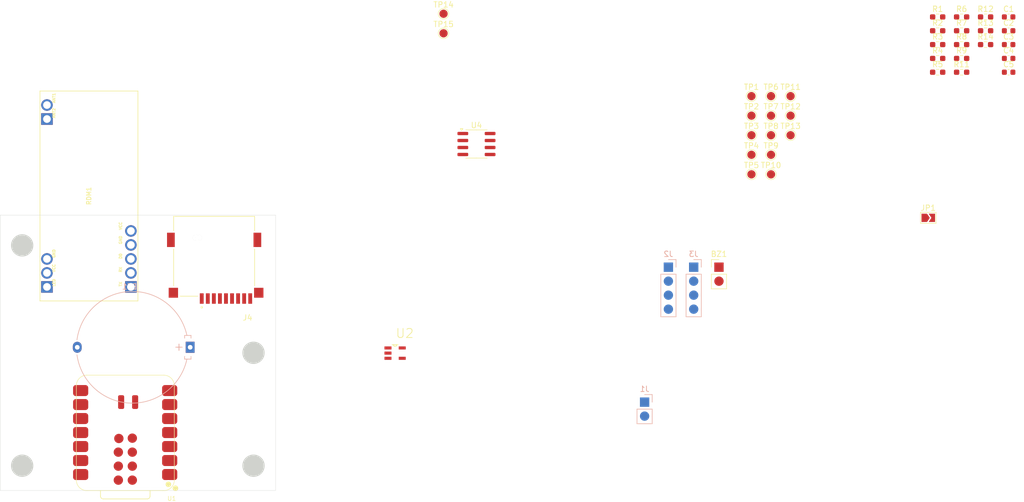
<source format=kicad_pcb>
(kicad_pcb (version 20241229) (generator "pcbnew") (generator_version "9.0")
  (layers (0 "F.Cu" signal) (2 "B.Cu" signal) (13 "F.Paste" user) (15 "B.Paste" user) (5 "F.SilkS" user "F.Silkscreen") (7 "B.SilkS" user "B.Silkscreen") (1 "F.Mask" user) (3 "B.Mask" user) (25 "Edge.Cuts" user))
  (net 0 "")
  (net 1 "GND")
  (net 2 "+5V")
  (net 3 "+3.3V")
  (net 4 "Net-(BT1-+)")
  (net 5 "Net-(JP1-A)")
  (net 6 "Net-(D2-A)")
  (net 7 "Net-(U2-Y)")
  (net 8 "/LED_Din")
  (net 9 "/UART_RX")
  (net 10 "Net-(R3-Pad1)")
  (net 11 "Net-(U4-32KHZ)")
  (net 12 "Net-(U4-~{INT}{slash}SQW)")
  (net 13 "/SD_DECT")
  (net 14 "/MISO")
  (net 15 "/SPI_SCL")
  (net 16 "/MOSI")
  (net 17 "/SPI_CS")
  (net 18 "Net-(D2-K)")
  (net 23 "/Buzzer")
  (net 25 "/LED_Driver")
  (net 27 "Net-(U1-GPIO16_D6_TX)")
  (net 28 "/I2C_SCL")
  (net 31 "/I2C_SDA")
  (net 34 "Net-(U4-~{RST})")
  (net 36 "Net-(J3-Pin_4)")
  (footprint "Capacitor_SMD:C_0603_1608Metric" (layer "F.Cu") (at 264.086 53.5645)
    (property "Reference" "C5" (at 0 -1.43 0) (layer "F.SilkS"))
    (property "Value" "100nF")
    (fp_line (start -0.14058 -0.51) (end 0.14058 -0.51) (stroke (width 0.12)) (layer "F.SilkS"))
    (fp_line (start -0.14058 0.51) (end 0.14058 0.51) (stroke (width 0.12)) (layer "F.SilkS"))
    (pad "1" smd roundrect (at -0.775 0) (size 0.9 0.95) (layers "F.Cu" "F.Mask" "F.Paste") (net 1 "GND"))
    (pad "2" smd roundrect (at 0.775 0) (size 0.9 0.95) (layers "F.Cu" "F.Mask" "F.Paste") (net 3 "+3.3V"))
  )
  (footprint "Seeed Studio XIAO Series Library:XIAO-ESP32C6-SMD" (layer "F.Cu") (at 103.5 119 180)
    (property "Reference" "U1" (at -9.5 -11.5 0) (layer "F.SilkS") (effects (font (size 0.78232 0.78232) (thickness 0.10668)) (justify right top)))
    (property "Value" "XIAO-ESP32-S3-SMD")
    (fp_line (start 8.6634 8.5345) (end 8.6634 -8.6105) (stroke (width 0.1)) (layer "F.SilkS"))
    (fp_line (start 6.7584 -10.5155) (end -7.2116 -10.5155) (stroke (width 0.1)) (layer "F.SilkS"))
    (fp_line (start 4.2774 -11.5255) (end 4.2774 -10.5155) (stroke (width 0.127)) (layer "F.SilkS"))
    (fp_line (start -4.217872 -12.0255) (end 3.7774 -12.0255) (stroke (width 0.127)) (layer "F.SilkS"))
    (fp_line (start -4.7216 -10.5155) (end -4.717872 -11.525772) (stroke (width 0.127)) (layer "F.SilkS"))
    (fp_line (start -7.2116 10.4395) (end 6.7584 10.4395) (stroke (width 0.1)) (layer "F.SilkS"))
    (fp_line (start -9.1166 8.5345) (end -9.1166 -8.6105) (stroke (width 0.1)) (layer "F.SilkS"))
    (fp_arc (start 8.6634 8.5345) (mid 8.105438 9.881538) (end 6.7584 10.4395) (stroke (width 0.1)) (layer "F.SilkS"))
    (fp_arc (start 6.7584 -10.5155) (mid 8.105438 -9.957538) (end 8.6634 -8.6105) (stroke (width 0.1)) (layer "F.SilkS"))
    (fp_arc (start 3.7774 -12.0255) (mid 4.130953 -11.879053) (end 4.2774 -11.5255) (stroke (width 0.127)) (layer "F.SilkS"))
    (fp_arc (start -4.717872 -11.525772) (mid -4.571324 -11.879144) (end -4.217872 -12.0255) (stroke (width 0.127)) (layer "F.SilkS"))
    (fp_arc (start -7.2116 10.4395) (mid -8.558638 9.881538) (end -9.1166 8.5345) (stroke (width 0.1)) (layer "F.SilkS"))
    (fp_arc (start -9.1166 -8.6145) (mid -8.558638 -9.961538) (end -7.2116 -10.5195) (stroke (width 0.1)) (layer "F.SilkS"))
    (fp_circle (center -8.0526 -9.3825) (end -8.0526 -9.6365) (stroke (width 0.5)) (fill yes) (layer "F.SilkS"))
    (fp_circle (center -9.3266 -10.0995) (end -9.3266 -10.3535) (stroke (width 0.5)) (fill yes) (layer "F.SilkS"))
    (pad "1" smd roundrect (at -8.2816 -7.5985 180) (size 2.75 2) (layers "F.Cu" "F.Mask" "F.Paste") (net 13 "/SD_DECT"))
    (pad "2" smd roundrect (at -8.2816 -5.0585 180) (size 2.75 2) (layers "F.Cu" "F.Mask" "F.Paste") (net 25 "/LED_Driver"))
    (pad "3" smd roundrect (at -8.2816 -2.5185 180) (size 2.75 2) (layers "F.Cu" "F.Mask" "F.Paste") (net 17 "/SPI_CS"))
    (pad "4" smd roundrect (at -8.2816 0.0215 180) (size 2.75 2) (layers "F.Cu" "F.Mask" "F.Paste") (net 23 "/Buzzer"))
    (pad "5" smd roundrect (at -8.2816 2.5615 180) (size 2.75 2) (layers "F.Cu" "F.Mask" "F.Paste") (net 31 "/I2C_SDA"))
    (pad "6" smd roundrect (at -8.2816 5.1015 180) (size 2.75 2) (layers "F.Cu" "F.Mask" "F.Paste") (net 28 "/I2C_SCL"))
    (pad "7" smd roundrect (at -8.2816 7.6415 180) (size 2.75 2) (layers "F.Cu" "F.Mask" "F.Paste") (net 27 "Net-(U1-GPIO16_D6_TX)"))
    (pad "8" smd roundrect (at 7.8834 7.6415 180) (size 2.75 2) (layers "F.Cu" "F.Mask" "F.Paste") (net 9 "/UART_RX"))
    (pad "9" smd roundrect (at 7.8834 5.1015 180) (size 2.75 2) (layers "F.Cu" "F.Mask" "F.Paste") (net 15 "/SPI_SCL"))
    (pad "10" smd roundrect (at 7.8834 2.5615 180) (size 2.75 2) (layers "F.Cu" "F.Mask" "F.Paste") (net 14 "/MISO"))
    (pad "11" smd roundrect (at 7.8834 0.0215 180) (size 2.75 2) (layers "F.Cu" "F.Mask" "F.Paste") (net 16 "/MOSI"))
    (pad "12" smd roundrect (at 7.8834 -2.5185 180) (size 2.75 2) (layers "F.Cu" "F.Mask" "F.Paste") (net 3 "+3.3V"))
    (pad "13" smd roundrect (at 7.8834 -5.0585 180) (size 2.75 2) (layers "F.Cu" "F.Mask" "F.Paste") (net 1 "GND"))
    (pad "14" smd roundrect (at 7.8834 -7.5985 180) (size 2.75 2) (layers "F.Cu" "F.Mask" "F.Paste") (net 2 "+5V"))
    (pad "15" smd roundrect (at -2.008 5.5532 90) (size 2.5 1.1) (layers "F.Cu" "F.Mask" "F.Paste") (net 5 "Net-(JP1-A)"))
    (pad "16" smd roundrect (at 0.532 5.5532 90) (size 2.5 1.1) (layers "F.Cu" "F.Mask" "F.Paste") (net 1 "GND"))
    (pad "17" smd circle (at -1.5 -8.62 180) (size 1.7 1.7) (layers "F.Cu" "F.Mask" "F.Paste"))
    (pad "18" smd circle (at 1.04 -8.62 180) (size 1.7 1.7) (layers "F.Cu" "F.Mask" "F.Paste"))
    (pad "19" smd circle (at -1.5 -6.08 180) (size 1.7 1.7) (layers "F.Cu" "F.Mask" "F.Paste"))
    (pad "20" smd circle (at 1.04 -6.08 180) (size 1.7 1.7) (layers "F.Cu" "F.Mask" "F.Paste") (net 1 "GND"))
    (pad "21" smd circle (at -1.5 -3.54 180) (size 1.7 1.7) (layers "F.Cu" "F.Mask" "F.Paste"))
    (pad "22" smd circle (at 1.04 -3.54 180) (size 1.7 1.7) (layers "F.Cu" "F.Mask" "F.Paste"))
    (pad "23" smd circle (at -1.5 -1 180) (size 1.7 1.7) (layers "F.Cu" "F.Mask" "F.Paste"))
    (pad "24" smd circle (at 0.9474 -1.0568 180) (size 1.7 1.7) (layers "F.Cu" "F.Mask" "F.Paste") (net 3 "+3.3V"))
  )
  (footprint "TestPoint:TestPoint_Pad_D1.5mm" (layer "F.Cu") (at 217.4 65)
    (property "Reference" "TP3" (at 0 -1.648 0) (layer "F.SilkS"))
    (property "Value" "GND")
    (fp_circle (center 0 0) (end 0 0.95) (stroke (width 0.12)) (fill no) (layer "F.SilkS"))
    (pad "1" smd circle (at 0 0) (size 1.5 1.5) (layers "F.Cu" "F.Mask") (net 1 "GND"))
  )
  (footprint "TestPoint:TestPoint_Pad_D1.5mm" (layer "F.Cu") (at 161.5 46.5)
    (property "Reference" "TP15" (at 0 -1.648 0) (layer "F.SilkS"))
    (property "Value" "3,3V")
    (fp_circle (center 0 0) (end 0 0.95) (stroke (width 0.12)) (fill no) (layer "F.SilkS"))
    (pad "1" smd circle (at 0 0) (size 1.5 1.5) (layers "F.Cu" "F.Mask"))
  )
  (footprint "Package_SO:SOIC-8_3.9x4.9mm_P1.27mm" (layer "F.Cu") (at 167.475 66.595)
    (property "Reference" "U4" (at 0 -3.4 0) (layer "F.SilkS"))
    (property "Value" "DS3232M")
    (fp_line (start 0 -2.56) (end -1.95 -2.56) (stroke (width 0.12)) (layer "F.SilkS"))
    (fp_line (start 0 -2.56) (end 1.95 -2.56) (stroke (width 0.12)) (layer "F.SilkS"))
    (fp_line (start 0 2.56) (end -1.95 2.56) (stroke (width 0.12)) (layer "F.SilkS"))
    (fp_line (start 0 2.56) (end 1.95 2.56) (stroke (width 0.12)) (layer "F.SilkS"))
    (fp_poly (pts (xy -2.7 -2.465) (xy -2.94 -2.795) (xy -2.46 -2.795)) (stroke (width 0.12)) (fill yes) (layer "F.SilkS"))
    (pad "1" smd roundrect (at -2.475 -1.905) (size 1.95 0.6) (layers "F.Cu" "F.Mask" "F.Paste") (net 11 "Net-(U4-32KHZ)"))
    (pad "2" smd roundrect (at -2.475 -0.635) (size 1.95 0.6) (layers "F.Cu" "F.Mask" "F.Paste") (net 3 "+3.3V"))
    (pad "3" smd roundrect (at -2.475 0.635) (size 1.95 0.6) (layers "F.Cu" "F.Mask" "F.Paste") (net 12 "Net-(U4-~{INT}{slash}SQW)"))
    (pad "4" smd roundrect (at -2.475 1.905) (size 1.95 0.6) (layers "F.Cu" "F.Mask" "F.Paste") (net 34 "Net-(U4-~{RST})"))
    (pad "5" smd roundrect (at 2.475 1.905) (size 1.95 0.6) (layers "F.Cu" "F.Mask" "F.Paste") (net 1 "GND"))
    (pad "6" smd roundrect (at 2.475 0.635) (size 1.95 0.6) (layers "F.Cu" "F.Mask" "F.Paste") (net 4 "Net-(BT1-+)"))
    (pad "7" smd roundrect (at 2.475 -0.635) (size 1.95 0.6) (layers "F.Cu" "F.Mask" "F.Paste") (net 31 "/I2C_SDA"))
    (pad "8" smd roundrect (at 2.475 -1.905) (size 1.95 0.6) (layers "F.Cu" "F.Mask" "F.Paste") (net 28 "/I2C_SCL"))
  )
  (footprint "Resistor_SMD:R_0603_1608Metric_Pad0.98x0.95mm_HandSolder" (layer "F.Cu") (at 259.906 48.5445)
    (property "Reference" "R14" (at 0 -1.43 0) (layer "F.SilkS"))
    (property "Value" "47k")
    (fp_line (start -0.254724 -0.5225) (end 0.254724 -0.5225) (stroke (width 0.12)) (layer "F.SilkS"))
    (fp_line (start -0.254724 0.5225) (end 0.254724 0.5225) (stroke (width 0.12)) (layer "F.SilkS"))
    (pad "1" smd roundrect (at -0.9125 0) (size 0.975 0.95) (layers "F.Cu" "F.Mask" "F.Paste") (net 3 "+3.3V"))
    (pad "2" smd roundrect (at 0.9125 0) (size 0.975 0.95) (layers "F.Cu" "F.Mask" "F.Paste") (net 16 "/MOSI"))
  )
  (footprint "Resistor_SMD:R_0603_1608Metric_Pad0.98x0.95mm_HandSolder" (layer "F.Cu") (at 259.906 46.0345)
    (property "Reference" "R13" (at 0 -1.43 0) (layer "F.SilkS"))
    (property "Value" "47k")
    (fp_line (start -0.254724 -0.5225) (end 0.254724 -0.5225) (stroke (width 0.12)) (layer "F.SilkS"))
    (fp_line (start -0.254724 0.5225) (end 0.254724 0.5225) (stroke (width 0.12)) (layer "F.SilkS"))
    (pad "1" smd roundrect (at -0.9125 0) (size 0.975 0.95) (layers "F.Cu" "F.Mask" "F.Paste") (net 3 "+3.3V"))
    (pad "2" smd roundrect (at 0.9125 0) (size 0.975 0.95) (layers "F.Cu" "F.Mask" "F.Paste") (net 15 "/SPI_SCL"))
  )
  (footprint "Resistor_SMD:R_0603_1608Metric_Pad0.98x0.95mm_HandSolder" (layer "F.Cu") (at 251.206 48.5445)
    (property "Reference" "R3" (at 0 -1.43 0) (layer "F.SilkS"))
    (property "Value" "10K")
    (fp_line (start -0.254724 -0.5225) (end 0.254724 -0.5225) (stroke (width 0.12)) (layer "F.SilkS"))
    (fp_line (start -0.254724 0.5225) (end 0.254724 0.5225) (stroke (width 0.12)) (layer "F.SilkS"))
    (pad "1" smd roundrect (at -0.9125 0) (size 0.975 0.95) (layers "F.Cu" "F.Mask" "F.Paste") (net 10 "Net-(R3-Pad1)"))
    (pad "2" smd roundrect (at 0.9125 0) (size 0.975 0.95) (layers "F.Cu" "F.Mask" "F.Paste") (net 9 "/UART_RX"))
  )
  (footprint "Capacitor_SMD:C_0603_1608Metric" (layer "F.Cu") (at 264.086 46.0345)
    (property "Reference" "C2" (at 0 -1.43 0) (layer "F.SilkS"))
    (property "Value" "100 nF")
    (fp_line (start -0.14058 -0.51) (end 0.14058 -0.51) (stroke (width 0.12)) (layer "F.SilkS"))
    (fp_line (start -0.14058 0.51) (end 0.14058 0.51) (stroke (width 0.12)) (layer "F.SilkS"))
    (pad "1" smd roundrect (at -0.775 0) (size 0.9 0.95) (layers "F.Cu" "F.Mask" "F.Paste") (net 1 "GND"))
    (pad "2" smd roundrect (at 0.775 0) (size 0.9 0.95) (layers "F.Cu" "F.Mask" "F.Paste") (net 3 "+3.3V"))
  )
  (footprint "TestPoint:TestPoint_Pad_D1.5mm" (layer "F.Cu") (at 217.4 57.9)
    (property "Reference" "TP1" (at 0 -1.648 0) (layer "F.SilkS"))
    (property "Value" "TestPoint")
    (fp_circle (center 0 0) (end 0 0.95) (stroke (width 0.12)) (fill no) (layer "F.SilkS"))
    (pad "1" smd circle (at 0 0) (size 1.5 1.5) (layers "F.Cu" "F.Mask") (net 12 "Net-(U4-~{INT}{slash}SQW)"))
  )
  (footprint "TestPoint:TestPoint_Pad_D1.5mm" (layer "F.Cu") (at 161.5 42.95)
    (property "Reference" "TP14" (at 0 -1.648 0) (layer "F.SilkS"))
    (property "Value" "3,3V")
    (fp_circle (center 0 0) (end 0 0.95) (stroke (width 0.12)) (fill no) (layer "F.SilkS"))
    (pad "1" smd circle (at 0 0) (size 1.5 1.5) (layers "F.Cu" "F.Mask"))
  )
  (footprint "TestPoint:TestPoint_Pad_D1.5mm" (layer "F.Cu") (at 220.95 65)
    (property "Reference" "TP8" (at 0 -1.648 0) (layer "F.SilkS"))
    (property "Value" "UART_TX")
    (fp_circle (center 0 0) (end 0 0.95) (stroke (width 0.12)) (fill no) (layer "F.SilkS"))
    (pad "1" smd circle (at 0 0) (size 1.5 1.5) (layers "F.Cu" "F.Mask") (net 27 "Net-(U1-GPIO16_D6_TX)"))
  )
  (footprint "Jumper:SolderJumper-2_P1.3mm_Open_TrianglePad1.0x1.5mm" (layer "F.Cu") (at 249.5 80)
    (property "Reference" "JP1" (at 0 -1.8 0) (layer "F.SilkS"))
    (property "Value" "Li-IOn Enable")
    (fp_line (start -1.4 -1) (end 1.4 -1) (stroke (width 0.12)) (layer "F.SilkS"))
    (fp_line (start -1.4 1) (end -1.4 -1) (stroke (width 0.12)) (layer "F.SilkS"))
    (fp_line (start 1.4 -1) (end 1.4 1) (stroke (width 0.12)) (layer "F.SilkS"))
    (fp_line (start 1.4 1) (end -1.4 1) (stroke (width 0.12)) (layer "F.SilkS"))
    (pad "1" smd custom (at -0.725 0) (size 0.3 0.3) (layers "F.Cu" "F.Mask") (net 5 "Net-(JP1-A)") (options (clearance outline) (anchor rect)) (primitives (gr_poly (pts (xy 1 0) (xy 0.5 0.75) (xy -0.5 0.75) (xy -0.5 -0.75) (xy 0.5 -0.75)) (width 0) (fill yes))))
    (pad "2" smd custom (at 0.725 0) (size 0.3 0.3) (layers "F.Cu" "F.Mask") (net 4 "Net-(BT1-+)") (options (clearance outline) (anchor rect)) (primitives (gr_poly (pts (xy 0.5 0.75) (xy -0.65 0.75) (xy -0.15 0) (xy -0.65 -0.75) (xy 0.5 -0.75)) (width 0) (fill yes))))
  )
  (footprint "footprints:RDM6300" (layer "F.Cu") (at 97.12 76.03 -90)
    (property "Reference" "RDM1" (at 0 0 90) (layer "F.SilkS") (effects (font (size 0.787402 0.787402))))
    (property "Value" "RDM6300")
    (fp_line (start -19.05 8.89) (end 19.05 8.89) (stroke (width 0.127)) (layer "F.SilkS"))
    (fp_line (start 19.05 8.89) (end 19.05 -8.89) (stroke (width 0.127)) (layer "F.SilkS"))
    (fp_line (start -19.05 -8.89) (end -19.05 8.89) (stroke (width 0.127)) (layer "F.SilkS"))
    (fp_line (start 19.05 -8.89) (end -19.05 -8.89) (stroke (width 0.127)) (layer "F.SilkS"))
    (fp_text user "VCC" (at 13.1 6.35 90) (layer "F.SilkS") (effects (font (size 0.5 0.5))))
    (fp_text user "ANT1" (at -17.78 6.35 90) (layer "F.SilkS") (effects (font (size 0.5 0.5))))
    (fp_text user "LED" (at 15.74 6.35 90) (layer "F.SilkS") (effects (font (size 0.5 0.5))))
    (fp_text user "D0" (at 10.93 -5.75 90) (layer "F.SilkS") (effects (font (size 0.5 0.5))))
    (fp_text user "GND" (at 7.99 -5.75 90) (layer "F.SilkS") (effects (font (size 0.5 0.5))))
    (fp_text user "VCC" (at 5.45 -5.75 90) (layer "F.SilkS") (effects (font (size 0.5 0.5))))
    (fp_text user "ANT2" (at -15.04 6.35 90) (layer "F.SilkS") (effects (font (size 0.5 0.5))))
    (fp_text user "TX" (at 16.01 -5.75 90) (layer "F.SilkS") (effects (font (size 0.5 0.5))))
    (fp_text user "GND" (at 10.46 6.35 90) (layer "F.SilkS") (effects (font (size 0.5 0.5))))
    (fp_text user "RX" (at 13.37 -5.75 90) (layer "F.SilkS") (effects (font (size 0.5 0.5))))
    (pad "ANT1" thru_hole circle (at -16.51 7.62 270) (size 2.1 2.1) (drill 1.4) (layers "*.Cu" "*.Mask"))
    (pad "ANT2" thru_hole rect (at -13.97 7.62 270) (size 2.1 2.1) (drill 1.4) (layers "*.Cu" "*.Mask"))
    (pad "D0" thru_hole circle (at 11.43 -7.62 270) (size 2.1 2.1) (drill 1.4) (layers "*.Cu" "*.Mask"))
    (pad "GND" thru_hole circle (at 8.89 -7.62 270) (size 2.1 2.1) (drill 1.4) (layers "*.Cu" "*.Mask") (net 1 "GND"))
    (pad "GND1" thru_hole circle (at 11.43 7.62 270) (size 2.1 2.1) (drill 1.4) (layers "*.Cu" "*.Mask") (net 1 "GND"))
    (pad "LED" thru_hole rect (at 16.51 7.62 270) (size 2.1 2.1) (drill 1.4) (layers "*.Cu" "*.Mask") (net 18 "Net-(D2-K)"))
    (pad "RX" thru_hole circle (at 13.97 -7.62 270) (size 2.1 2.1) (drill 1.4) (layers "*.Cu" "*.Mask"))
    (pad "TX" thru_hole rect (at 16.51 -7.62 270) (size 2.1 2.1) (drill 1.4) (layers "*.Cu" "*.Mask") (net 10 "Net-(R3-Pad1)"))
    (pad "VCC" thru_hole circle (at 6.35 -7.62 270) (size 2.1 2.1) (drill 1.4) (layers "*.Cu" "*.Mask") (net 2 "+5V"))
    (pad "VCC1" thru_hole circle (at 13.97 7.62 270) (size 2.1 2.1) (drill 1.4) (layers "*.Cu" "*.Mask") (net 2 "+5V"))
  )
  (footprint "Resistor_SMD:R_0603_1608Metric_Pad0.98x0.95mm_HandSolder" (layer "F.Cu") (at 255.556 46.0345)
    (property "Reference" "R7" (at 0 -1.43 0) (layer "F.SilkS"))
    (property "Value" "NC")
    (fp_line (start -0.254724 -0.5225) (end 0.254724 -0.5225) (stroke (width 0.12)) (layer "F.SilkS"))
    (fp_line (start -0.254724 0.5225) (end 0.254724 0.5225) (stroke (width 0.12)) (layer "F.SilkS"))
    (pad "1" smd roundrect (at -0.9125 0) (size 0.975 0.95) (layers "F.Cu" "F.Mask" "F.Paste") (net 3 "+3.3V"))
    (pad "2" smd roundrect (at 0.9125 0) (size 0.975 0.95) (layers "F.Cu" "F.Mask" "F.Paste") (net 11 "Net-(U4-32KHZ)"))
  )
  (footprint "Resistor_SMD:R_0603_1608Metric_Pad0.98x0.95mm_HandSolder" (layer "F.Cu") (at 255.556 48.5445)
    (property "Reference" "R8" (at 0 -1.43 0) (layer "F.SilkS"))
    (property "Value" "NC")
    (fp_line (start -0.254724 -0.5225) (end 0.254724 -0.5225) (stroke (width 0.12)) (layer "F.SilkS"))
    (fp_line (start -0.254724 0.5225) (end 0.254724 0.5225) (stroke (width 0.12)) (layer "F.SilkS"))
    (pad "1" smd roundrect (at -0.9125 0) (size 0.975 0.95) (layers "F.Cu" "F.Mask" "F.Paste") (net 3 "+3.3V"))
    (pad "2" smd roundrect (at 0.9125 0) (size 0.975 0.95) (layers "F.Cu" "F.Mask" "F.Paste") (net 12 "Net-(U4-~{INT}{slash}SQW)"))
  )
  (footprint "footprints:SOT95P280X145-5N" (layer "F.Cu") (at 152.7046 104.5602)
    (property "Reference" "U2" (at 1.75464 -3.58556 0) (layer "F.SilkS") (effects (font (size 1.641906 1.641906))))
    (property "Value" "SN74AHCT1G125DBVT")
    (fp_line (start -0.3048 -1.524) (end -0.5334 -1.524) (stroke (width 0.1524)) (layer "F.SilkS"))
    (fp_line (start 0.3048 -1.524) (end -0.3048 -1.524) (stroke (width 0.1524)) (layer "F.SilkS"))
    (fp_line (start 0.5334 -1.524) (end 0.3048 -1.524) (stroke (width 0.1524)) (layer "F.SilkS"))
    (fp_arc (start 0.3048 -1.524) (mid 0 -1.2192) (end -0.3048 -1.524) (stroke (width 0.1524)) (layer "F.SilkS"))
    (pad "1" smd rect (at -1.2954 -0.9398) (size 1.27 0.5588) (layers "F.Cu" "F.Mask" "F.Paste") (net 1 "GND"))
    (pad "2" smd rect (at -1.2954 0) (size 1.27 0.5588) (layers "F.Cu" "F.Mask" "F.Paste") (net 25 "/LED_Driver"))
    (pad "3" smd rect (at -1.2954 0.9398) (size 1.27 0.5588) (layers "F.Cu" "F.Mask" "F.Paste") (net 1 "GND"))
    (pad "4" smd rect (at 1.2954 0.9398) (size 1.27 0.5588) (layers "F.Cu" "F.Mask" "F.Paste") (net 7 "Net-(U2-Y)"))
    (pad "5" smd rect (at 1.2954 -0.9398) (size 1.27 0.5588) (layers "F.Cu" "F.Mask" "F.Paste") (net 2 "+5V"))
  )
  (footprint "Capacitor_SMD:C_0603_1608Metric" (layer "F.Cu") (at 264.086 48.5445)
    (property "Reference" "C3" (at 0 -1.43 0) (layer "F.SilkS"))
    (property "Value" "100 nF")
    (fp_line (start -0.14058 -0.51) (end 0.14058 -0.51) (stroke (width 0.12)) (layer "F.SilkS"))
    (fp_line (start -0.14058 0.51) (end 0.14058 0.51) (stroke (width 0.12)) (layer "F.SilkS"))
    (pad "1" smd roundrect (at -0.775 0) (size 0.9 0.95) (layers "F.Cu" "F.Mask" "F.Paste") (net 1 "GND"))
    (pad "2" smd roundrect (at 0.775 0) (size 0.9 0.95) (layers "F.Cu" "F.Mask" "F.Paste") (net 2 "+5V"))
  )
  (footprint "TestPoint:TestPoint_Pad_D1.5mm" (layer "F.Cu") (at 224.5 57.9)
    (property "Reference" "TP11" (at 0 -1.648 0) (layer "F.SilkS"))
    (property "Value" "MOSI")
    (fp_circle (center 0 0) (end 0 0.95) (stroke (width 0.12)) (fill no) (layer "F.SilkS"))
    (pad "1" smd circle (at 0 0) (size 1.5 1.5) (layers "F.Cu" "F.Mask") (net 16 "/MOSI"))
  )
  (footprint "Resistor_SMD:R_0603_1608Metric_Pad0.98x0.95mm_HandSolder" (layer "F.Cu") (at 251.206 43.5245)
    (property "Reference" "R1" (at 0 -1.43 0) (layer "F.SilkS"))
    (property "Value" "100")
    (fp_line (start -0.254724 -0.5225) (end 0.254724 -0.5225) (stroke (width 0.12)) (layer "F.SilkS"))
    (fp_line (start -0.254724 0.5225) (end 0.254724 0.5225) (stroke (width 0.12)) (layer "F.SilkS"))
    (pad "1" smd roundrect (at -0.9125 0) (size 0.975 0.95) (layers "F.Cu" "F.Mask" "F.Paste") (net 6 "Net-(D2-A)"))
    (pad "2" smd roundrect (at 0.9125 0) (size 0.975 0.95) (layers "F.Cu" "F.Mask" "F.Paste") (net 3 "+3.3V"))
  )
  (footprint "Connector_PinHeader_2.54mm:PinHeader_1x02_P2.54mm_Vertical" (layer "F.Cu") (at 211.5 88.96)
    (property "Reference" "BZ1" (at 0 -2.38 0) (layer "F.SilkS"))
    (property "Value" "Buzzer")
    (fp_line (start -1.38 -1.38) (end 0 -1.38) (stroke (width 0.12)) (layer "F.SilkS"))
    (fp_line (start -1.38 0) (end -1.38 -1.38) (stroke (width 0.12)) (layer "F.SilkS"))
    (fp_line (start -1.38 1.27) (end -1.38 3.92) (stroke (width 0.12)) (layer "F.SilkS"))
    (fp_line (start -1.38 1.27) (end 1.38 1.27) (stroke (width 0.12)) (layer "F.SilkS"))
    (fp_line (start -1.38 3.92) (end 1.38 3.92) (stroke (width 0.12)) (layer "F.SilkS"))
    (fp_line (start 1.38 1.27) (end 1.38 3.92) (stroke (width 0.12)) (layer "F.SilkS"))
    (pad "1" smd rect (at 0 0) (size 1.7 1.7) (layers "F.Cu" "F.Mask" "F.Paste") (net 23 "/Buzzer"))
    (pad "2" smd circle (at 0 2.54) (size 1.7 1.7) (layers "F.Cu" "F.Mask" "F.Paste") (net 1 "GND"))
  )
  (footprint "Resistor_SMD:R_0603_1608Metric_Pad0.98x0.95mm_HandSolder" (layer "F.Cu") (at 251.206 46.0345)
    (property "Reference" "R2" (at 0 -1.43 0) (layer "F.SilkS"))
    (property "Value" "100")
    (fp_line (start -0.254724 -0.5225) (end 0.254724 -0.5225) (stroke (width 0.12)) (layer "F.SilkS"))
    (fp_line (start -0.254724 0.5225) (end 0.254724 0.5225) (stroke (width 0.12)) (layer "F.SilkS"))
    (pad "1" smd roundrect (at -0.9125 0) (size 0.975 0.95) (layers "F.Cu" "F.Mask" "F.Paste") (net 7 "Net-(U2-Y)"))
    (pad "2" smd roundrect (at 0.9125 0) (size 0.975 0.95) (layers "F.Cu" "F.Mask" "F.Paste") (net 8 "/LED_Din"))
  )
  (footprint "Resistor_SMD:R_0603_1608Metric_Pad0.98x0.95mm_HandSolder" (layer "F.Cu") (at 259.906 43.5245)
    (property "Reference" "R12" (at 0 -1.43 0) (layer "F.SilkS"))
    (property "Value" "47k")
    (fp_line (start -0.254724 -0.5225) (end 0.254724 -0.5225) (stroke (width 0.12)) (layer "F.SilkS"))
    (fp_line (start -0.254724 0.5225) (end 0.254724 0.5225) (stroke (width 0.12)) (layer "F.SilkS"))
    (pad "1" smd roundrect (at -0.9125 0) (size 0.975 0.95) (layers "F.Cu" "F.Mask" "F.Paste") (net 3 "+3.3V"))
    (pad "2" smd roundrect (at 0.9125 0) (size 0.975 0.95) (layers "F.Cu" "F.Mask" "F.Paste") (net 14 "/MISO"))
  )
  (footprint "TestPoint:TestPoint_Pad_D1.5mm" (layer "F.Cu") (at 220.95 72.1)
    (property "Reference" "TP10" (at 0 -1.648 0) (layer "F.SilkS"))
    (property "Value" "TestPoint")
    (fp_circle (center 0 0) (end 0 0.95) (stroke (width 0.12)) (fill no) (layer "F.SilkS"))
    (pad "1" smd circle (at 0 0) (size 1.5 1.5) (layers "F.Cu" "F.Mask") (net 11 "Net-(U4-32KHZ)"))
  )
  (footprint "TestPoint:TestPoint_Pad_D1.5mm" (layer "F.Cu") (at 217.4 61.45)
    (property "Reference" "TP2" (at 0 -1.648 0) (layer "F.SilkS"))
    (property "Value" "+5V")
    (fp_circle (center 0 0) (end 0 0.95) (stroke (width 0.12)) (fill no) (layer "F.SilkS"))
    (pad "1" smd circle (at 0 0) (size 1.5 1.5) (layers "F.Cu" "F.Mask") (net 2 "+5V"))
  )
  (footprint "TestPoint:TestPoint_Pad_D1.5mm" (layer "F.Cu") (at 217.4 68.55)
    (property "Reference" "TP4" (at 0 -1.648 0) (layer "F.SilkS"))
    (property "Value" "3,3V")
    (fp_circle (center 0 0) (end 0 0.95) (stroke (width 0.12)) (fill no) (layer "F.SilkS"))
    (pad "1" smd circle (at 0 0) (size 1.5 1.5) (layers "F.Cu" "F.Mask") (net 3 "+3.3V"))
  )
  (footprint "Resistor_SMD:R_0603_1608Metric_Pad0.98x0.95mm_HandSolder" (layer "F.Cu") (at 255.556 53.5645)
    (property "Reference" "R11" (at 0 -1.43 0) (layer "F.SilkS"))
    (property "Value" "47k")
    (fp_line (start -0.254724 -0.5225) (end 0.254724 -0.5225) (stroke (width 0.12)) (layer "F.SilkS"))
    (fp_line (start -0.254724 0.5225) (end 0.254724 0.5225) (stroke (width 0.12)) (layer "F.SilkS"))
    (pad "1" smd roundrect (at -0.9125 0) (size 0.975 0.95) (layers "F.Cu" "F.Mask" "F.Paste") (net 3 "+3.3V"))
    (pad "2" smd roundrect (at 0.9125 0) (size 0.975 0.95) (layers "F.Cu" "F.Mask" "F.Paste") (net 13 "/SD_DECT"))
  )
  (footprint "TestPoint:TestPoint_Pad_D1.5mm" (layer "F.Cu") (at 220.95 57.9)
    (property "Reference" "TP6" (at 0 -1.648 0) (layer "F.SilkS"))
    (property "Value" "Dout")
    (fp_circle (center 0 0) (end 0 0.95) (stroke (width 0.12)) (fill no) (layer "F.SilkS"))
    (pad "1" smd circle (at 0 0) (size 1.5 1.5) (layers "F.Cu" "F.Mask") (net 36 "Net-(J3-Pin_4)"))
  )
  (footprint "TestPoint:TestPoint_Pad_D1.5mm" (layer "F.Cu") (at 217.4 72.1)
    (property "Reference" "TP5" (at 0 -1.648 0) (layer "F.SilkS"))
    (property "Value" "Din")
    (fp_circle (center 0 0) (end 0 0.95) (stroke (width 0.12)) (fill no) (layer "F.SilkS"))
    (pad "1" smd circle (at 0 0) (size 1.5 1.5) (layers "F.Cu" "F.Mask") (net 8 "/LED_Din"))
  )
  (footprint "Resistor_SMD:R_0603_1608Metric_Pad0.98x0.95mm_HandSolder" (layer "F.Cu") (at 255.556 51.0545)
    (property "Reference" "R9" (at 0 -1.43 0) (layer "F.SilkS"))
    (property "Value" "47k")
    (fp_line (start -0.254724 -0.5225) (end 0.254724 -0.5225) (stroke (width 0.12)) (layer "F.SilkS"))
    (fp_line (start -0.254724 0.5225) (end 0.254724 0.5225) (stroke (width 0.12)) (layer "F.SilkS"))
    (pad "1" smd roundrect (at -0.9125 0) (size 0.975 0.95) (layers "F.Cu" "F.Mask" "F.Paste") (net 3 "+3.3V"))
    (pad "2" smd roundrect (at 0.9125 0) (size 0.975 0.95) (layers "F.Cu" "F.Mask" "F.Paste") (net 17 "/SPI_CS"))
  )
  (footprint "TestPoint:TestPoint_Pad_D1.5mm" (layer "F.Cu") (at 224.5 61.45)
    (property "Reference" "TP12" (at 0 -1.648 0) (layer "F.SilkS"))
    (property "Value" "MISO")
    (fp_circle (center 0 0) (end 0 0.95) (stroke (width 0.12)) (fill no) (layer "F.SilkS"))
    (pad "1" smd circle (at 0 0) (size 1.5 1.5) (layers "F.Cu" "F.Mask") (net 14 "/MISO"))
  )
  (footprint "Capacitor_SMD:C_0603_1608Metric" (layer "F.Cu") (at 264.086 51.0545)
    (property "Reference" "C4" (at 0 -1.43 0) (layer "F.SilkS"))
    (property "Value" "10µF")
    (fp_line (start -0.14058 -0.51) (end 0.14058 -0.51) (stroke (width 0.12)) (layer "F.SilkS"))
    (fp_line (start -0.14058 0.51) (end 0.14058 0.51) (stroke (width 0.12)) (layer "F.SilkS"))
    (pad "1" smd roundrect (at -0.775 0) (size 0.9 0.95) (layers "F.Cu" "F.Mask" "F.Paste") (net 1 "GND"))
    (pad "2" smd roundrect (at 0.775 0) (size 0.9 0.95) (layers "F.Cu" "F.Mask" "F.Paste") (net 2 "+5V"))
  )
  (footprint "Resistor_SMD:R_0603_1608Metric_Pad0.98x0.95mm_HandSolder" (layer "F.Cu") (at 255.556 43.5245)
    (property "Reference" "R6" (at 0 -1.43 0) (layer "F.SilkS"))
    (property "Value" "4k7")
    (fp_line (start -0.254724 -0.5225) (end 0.254724 -0.5225) (stroke (width 0.12)) (layer "F.SilkS"))
    (fp_line (start -0.254724 0.5225) (end 0.254724 0.5225) (stroke (width 0.12)) (layer "F.SilkS"))
    (pad "1" smd roundrect (at -0.9125 0) (size 0.975 0.95) (layers "F.Cu" "F.Mask" "F.Paste") (net 3 "+3.3V"))
    (pad "2" smd roundrect (at 0.9125 0) (size 0.975 0.95) (layers "F.Cu" "F.Mask" "F.Paste") (net 1 "GND"))
  )
  (footprint "Resistor_SMD:R_0603_1608Metric_Pad0.98x0.95mm_HandSolder" (layer "F.Cu") (at 251.206 51.0545)
    (property "Reference" "R4" (at 0 -1.43 0) (layer "F.SilkS"))
    (property "Value" "20k")
    (fp_line (start -0.254724 -0.5225) (end 0.254724 -0.5225) (stroke (width 0.12)) (layer "F.SilkS"))
    (fp_line (start -0.254724 0.5225) (end 0.254724 0.5225) (stroke (width 0.12)) (layer "F.SilkS"))
    (pad "1" smd roundrect (at -0.9125 0) (size 0.975 0.95) (layers "F.Cu" "F.Mask" "F.Paste") (net 9 "/UART_RX"))
    (pad "2" smd roundrect (at 0.9125 0) (size 0.975 0.95) (layers "F.Cu" "F.Mask" "F.Paste") (net 1 "GND"))
  )
  (footprint "TestPoint:TestPoint_Pad_D1.5mm" (layer "F.Cu") (at 220.95 68.55)
    (property "Reference" "TP9" (at 0 -1.648 0) (layer "F.SilkS"))
    (property "Value" "TestPoint")
    (fp_circle (center 0 0) (end 0 0.95) (stroke (width 0.12)) (fill no) (layer "F.SilkS"))
    (pad "1" smd circle (at 0 0) (size 1.5 1.5) (layers "F.Cu" "F.Mask") (net 34 "Net-(U4-~{RST})"))
  )
  (footprint "footprints:WURTH_693071020811" (layer "F.Cu") (at 119.85 83.6 180)
    (property "Reference" "J4" (at -6.075 -14.535 0) (layer "F.SilkS"))
    (property "Value" "MicroSD")
    (fp_line (start 7.35 3.87) (end 7.35 1.25) (stroke (width 0.127)) (layer "F.SilkS"))
    (fp_line (start 7.35 -2.05) (end 7.35 -8.75) (stroke (width 0.127)) (layer "F.SilkS"))
    (fp_line (start 6.2 -10.63) (end 2.95 -10.63) (stroke (width 0.127)) (layer "F.SilkS"))
    (fp_line (start -7.35 3.87) (end 7.35 3.87) (stroke (width 0.127)) (layer "F.SilkS"))
    (fp_line (start -7.35 1.25) (end -7.35 3.87) (stroke (width 0.127)) (layer "F.SilkS"))
    (fp_line (start -7.35 -2.05) (end -7.35 -8.75) (stroke (width 0.127)) (layer "F.SilkS"))
    (fp_circle (center 2.25 -12.65) (end 2.35 -12.65) (stroke (width 0.2)) (fill no) (layer "F.SilkS"))
    (fp_line (start 3.4 0.5) (end 2.7 0.5) (stroke (width 0.01)) (layer "Edge.Cuts"))
    (fp_line (start 2.7 -0.5) (end 3.4 -0.5) (stroke (width 0.01)) (layer "Edge.Cuts"))
    (fp_arc (start 3.9 0) (mid 3.753553 0.353553) (end 3.4 0.5) (stroke (width 0.01)) (layer "Edge.Cuts"))
    (fp_arc (start 3.4 -0.5) (mid 3.753553 -0.353553) (end 3.9 0) (stroke (width 0.01)) (layer "Edge.Cuts"))
    (fp_arc (start 2.7 0.5) (mid 2.346447 0.353553) (end 2.2 0) (stroke (width 0.01)) (layer "Edge.Cuts"))
    (fp_arc (start 2.2 0) (mid 2.346447 -0.353553) (end 2.7 -0.5) (stroke (width 0.01)) (layer "Edge.Cuts"))
    (pad "" np_thru_hole circle (at -4.95 0 180) (size 1 1) (drill 1) (layers "*.Cu" "*.Mask"))
    (pad "" np_thru_hole circle (at 3.05 0 180) (size 1 1) (drill 1) (layers "*.Cu" "*.Mask"))
    (pad "1" smd rect (at 2.25 -11.05 180) (size 0.7 1.9) (layers "F.Cu" "F.Mask" "F.Paste"))
    (pad "2" smd rect (at 1.15 -11.05 180) (size 0.7 1.9) (layers "F.Cu" "F.Mask" "F.Paste") (net 17 "/SPI_CS"))
    (pad "3" smd rect (at 0.05 -11.05 180) (size 0.7 1.9) (layers "F.Cu" "F.Mask" "F.Paste") (net 16 "/MOSI"))
    (pad "4" smd rect (at -1.05 -11.05 180) (size 0.7 1.9) (layers "F.Cu" "F.Mask" "F.Paste") (net 3 "+3.3V"))
    (pad "5" smd rect (at -2.15 -11.05 180) (size 0.7 1.9) (layers "F.Cu" "F.Mask" "F.Paste") (net 15 "/SPI_SCL"))
    (pad "6" smd rect (at -3.25 -11.05 180) (size 0.7 1.9) (layers "F.Cu" "F.Mask" "F.Paste") (net 1 "GND"))
    (pad "7" smd rect (at -4.35 -11.05 180) (size 0.7 1.9) (layers "F.Cu" "F.Mask" "F.Paste") (net 14 "/MISO"))
    (pad "8" smd rect (at -5.45 -11.05 180) (size 0.7 1.9) (layers "F.Cu" "F.Mask" "F.Paste"))
    (pad "9" smd rect (at -6.55 -11.05 180) (size 0.7 1.9) (layers "F.Cu" "F.Mask" "F.Paste") (net 13 "/SD_DECT"))
    (pad "10" smd rect (at -8.1 -10 180) (size 1.7 1.8) (layers "F.Cu" "F.Mask" "F.Paste") (net 1 "GND"))
    (pad "11" smd rect (at 7.4 -10 180) (size 1.7 1.8) (layers "F.Cu" "F.Mask" "F.Paste") (net 1 "GND"))
    (pad "12" smd rect (at -7.85 -0.4 180) (size 1.4 2.6) (layers "F.Cu" "F.Mask" "F.Paste") (net 1 "GND"))
    (pad "13" smd rect (at 7.85 -0.4 180) (size 1.4 2.6) (layers "F.Cu" "F.Mask" "F.Paste") (net 1 "GND"))
  )
  (footprint "TestPoint:TestPoint_Pad_D1.5mm" (layer "F.Cu") (at 224.5 65)
    (property "Reference" "TP13" (at 0 -1.648 0) (layer "F.SilkS"))
    (property "Value" "SPI SCL")
    (fp_circle (center 0 0) (end 0 0.95) (stroke (width 0.12)) (fill no) (layer "F.SilkS"))
    (pad "1" smd circle (at 0 0) (size 1.5 1.5) (layers "F.Cu" "F.Mask") (net 15 "/SPI_SCL"))
  )
  (footprint "TestPoint:TestPoint_Pad_D1.5mm" (layer "F.Cu") (at 220.95 61.45)
    (property "Reference" "TP7" (at 0 -1.648 0) (layer "F.SilkS"))
    (property "Value" "UART_RX")
    (fp_circle (center 0 0) (end 0 0.95) (stroke (width 0.12)) (fill no) (layer "F.SilkS"))
    (pad "1" smd circle (at 0 0) (size 1.5 1.5) (layers "F.Cu" "F.Mask") (net 9 "/UART_RX"))
  )
  (footprint "Resistor_SMD:R_0603_1608Metric_Pad0.98x0.95mm_HandSolder" (layer "F.Cu") (at 251.206 53.5645)
    (property "Reference" "R5" (at 0 -1.43 0) (layer "F.SilkS"))
    (property "Value" "4k7")
    (fp_line (start -0.254724 -0.5225) (end 0.254724 -0.5225) (stroke (width 0.12)) (layer "F.SilkS"))
    (fp_line (start -0.254724 0.5225) (end 0.254724 0.5225) (stroke (width 0.12)) (layer "F.SilkS"))
    (pad "1" smd roundrect (at -0.9125 0) (size 0.975 0.95) (layers "F.Cu" "F.Mask" "F.Paste") (net 3 "+3.3V"))
    (pad "2" smd roundrect (at 0.9125 0) (size 0.975 0.95) (layers "F.Cu" "F.Mask" "F.Paste") (net 1 "GND"))
  )
  (footprint "Capacitor_SMD:C_0603_1608Metric" (layer "F.Cu") (at 264.086 43.5245)
    (property "Reference" "C1" (at 0 -1.43 0) (layer "F.SilkS"))
    (property "Value" "10µF")
    (fp_line (start -0.14058 -0.51) (end 0.14058 -0.51) (stroke (width 0.12)) (layer "F.SilkS"))
    (fp_line (start -0.14058 0.51) (end 0.14058 0.51) (stroke (width 0.12)) (layer "F.SilkS"))
    (pad "1" smd roundrect (at -0.775 0) (size 0.9 0.95) (layers "F.Cu" "F.Mask" "F.Paste") (net 1 "GND"))
    (pad "2" smd roundrect (at 0.775 0) (size 0.9 0.95) (layers "F.Cu" "F.Mask" "F.Paste") (net 2 "+5V"))
  )
  (footprint "Connector_PinHeader_2.54mm:PinHeader_1x04_P2.54mm_Vertical" (layer "B.Cu") (at 206.91 88.96 180)
    (property "Reference" "J3" (at 0 2.38 0) (layer "B.SilkS") (effects (justify mirror)))
    (property "Value" "LED")
    (fp_line (start 1.38 -1.27) (end 1.38 -9) (stroke (width 0.12)) (layer "B.SilkS"))
    (fp_line (start -1.38 1.38) (end 0 1.38) (stroke (width 0.12)) (layer "B.SilkS"))
    (fp_line (start -1.38 0) (end -1.38 1.38) (stroke (width 0.12)) (layer "B.SilkS"))
    (fp_line (start -1.38 -1.27) (end 1.38 -1.27) (stroke (width 0.12)) (layer "B.SilkS"))
    (fp_line (start -1.38 -1.27) (end -1.38 -9) (stroke (width 0.12)) (layer "B.SilkS"))
    (fp_line (start -1.38 -9) (end 1.38 -9) (stroke (width 0.12)) (layer "B.SilkS"))
    (pad "1" smd rect (at 0 0 180) (size 1.7 1.7) (layers "B.Cu" "B.Mask" "B.Paste") (net 8 "/LED_Din"))
    (pad "2" smd circle (at 0 -2.54 180) (size 1.7 1.7) (layers "B.Cu" "B.Mask" "B.Paste") (net 2 "+5V"))
    (pad "3" smd circle (at 0 -5.08 180) (size 1.7 1.7) (layers "B.Cu" "B.Mask" "B.Paste") (net 1 "GND"))
    (pad "4" smd circle (at 0 -7.62 180) (size 1.7 1.7) (layers "B.Cu" "B.Mask" "B.Paste") (net 36 "Net-(J3-Pin_4)"))
  )
  (footprint "Battery:Battery_Panasonic_CR2032-HFN_Horizontal_CircularHoles" (layer "B.Cu") (at 115.5 103.5 180)
    (property "Reference" "BT1" (at 11 11 0) (layer "B.SilkS") (effects (justify mirror)))
    (property "Value" "Battery_Cell")
    (fp_line (start 1 2.15) (end 1 1.65) (stroke (width 0.12)) (layer "B.SilkS"))
    (fp_line (start 1 -2.15) (end 1 -1.65) (stroke (width 0.12)) (layer "B.SilkS"))
    (fp_line (start -0.15 2.15) (end 1 2.15) (stroke (width 0.12)) (layer "B.SilkS"))
    (fp_line (start -0.15 2.15) (end -0.15 1.65) (stroke (width 0.12)) (layer "B.SilkS"))
    (fp_line (start -0.15 -2.15) (end 1 -2.15) (stroke (width 0.12)) (layer "B.SilkS"))
    (fp_line (start -0.15 -2.15) (end -0.15 -1.65) (stroke (width 0.12)) (layer "B.SilkS"))
    (fp_arc (start 20.55 1.35) (mid 10.905879 10.130166) (end 0.59 2.15) (stroke (width 0.12)) (layer "B.SilkS"))
    (fp_arc (start 0.59 -2.15) (mid 10.905879 -10.130166) (end 20.55 -1.35) (stroke (width 0.12)) (layer "B.SilkS"))
    (fp_text user "+" (at 2.032 0.127 0) (layer "B.SilkS") (effects (font (size 1.5 1.5)) (justify mirror)))
    (pad "1" thru_hole rect (at 0 0 180) (size 1.6 2) (drill 0.85) (layers "*.Cu" "*.Mask") (net 4 "Net-(BT1-+)"))
    (pad "2" thru_hole oval (at 20.5 0 180) (size 1.6 2) (drill 0.85) (layers "*.Cu" "*.Mask") (net 1 "GND"))
  )
  (footprint "Connector_PinHeader_2.54mm:PinHeader_1x04_P2.54mm_Vertical" (layer "B.Cu") (at 202.32 88.96 180)
    (property "Reference" "J2" (at 0 2.38 0) (layer "B.SilkS") (effects (justify mirror)))
    (property "Value" "I2C")
    (fp_line (start 1.38 -1.27) (end 1.38 -9) (stroke (width 0.12)) (layer "B.SilkS"))
    (fp_line (start -1.38 1.38) (end 0 1.38) (stroke (width 0.12)) (layer "B.SilkS"))
    (fp_line (start -1.38 0) (end -1.38 1.38) (stroke (width 0.12)) (layer "B.SilkS"))
    (fp_line (start -1.38 -1.27) (end 1.38 -1.27) (stroke (width 0.12)) (layer "B.SilkS"))
    (fp_line (start -1.38 -1.27) (end -1.38 -9) (stroke (width 0.12)) (layer "B.SilkS"))
    (fp_line (start -1.38 -9) (end 1.38 -9) (stroke (width 0.12)) (layer "B.SilkS"))
    (pad "1" smd rect (at 0 0 180) (size 1.7 1.7) (layers "B.Cu" "B.Mask" "B.Paste") (net 3 "+3.3V"))
    (pad "2" smd circle (at 0 -2.54 180) (size 1.7 1.7) (layers "B.Cu" "B.Mask" "B.Paste") (net 1 "GND"))
    (pad "3" smd circle (at 0 -5.08 180) (size 1.7 1.7) (layers "B.Cu" "B.Mask" "B.Paste") (net 31 "/I2C_SDA"))
    (pad "4" smd circle (at 0 -7.62 180) (size 1.7 1.7) (layers "B.Cu" "B.Mask" "B.Paste") (net 28 "/I2C_SCL"))
  )
  (footprint "Connector_PinHeader_2.54mm:PinHeader_1x02_P2.54mm_Vertical" (layer "B.Cu") (at 198 113.46 180)
    (property "Reference" "J1" (at 0 2.38 0) (layer "B.SilkS") (effects (justify mirror)))
    (property "Value" "Conn_01x02_Pin")
    (fp_line (start 1.38 -1.27) (end 1.38 -3.92) (stroke (width 0.12)) (layer "B.SilkS"))
    (fp_line (start -1.38 1.38) (end 0 1.38) (stroke (width 0.12)) (layer "B.SilkS"))
    (fp_line (start -1.38 0) (end -1.38 1.38) (stroke (width 0.12)) (layer "B.SilkS"))
    (fp_line (start -1.38 -1.27) (end 1.38 -1.27) (stroke (width 0.12)) (layer "B.SilkS"))
    (fp_line (start -1.38 -1.27) (end -1.38 -3.92) (stroke (width 0.12)) (layer "B.SilkS"))
    (fp_line (start -1.38 -3.92) (end 1.38 -3.92) (stroke (width 0.12)) (layer "B.SilkS"))
    (pad "1" smd rect (at 0 0 180) (size 1.7 1.7) (layers "B.Cu" "B.Mask" "B.Paste") (net 4 "Net-(BT1-+)"))
    (pad "2" smd circle (at 0 -2.54 180) (size 1.7 1.7) (layers "B.Cu" "B.Mask" "B.Paste") (net 1 "GND"))
  )
  (gr_rect (start 81 79.5) (end 131 129.5) (stroke (width 0.05)) (fill no) (layer "Edge.Cuts"))
  (gr_circle (center 85 125) (end 87 125) (stroke (width 0.05)) (fill yes) (layer "Edge.Cuts"))
  (gr_circle (center 85 85) (end 87 85) (stroke (width 0.05)) (fill yes) (layer "Edge.Cuts"))
  (gr_circle (center 127 125) (end 129 125) (stroke (width 0.05)) (fill yes) (layer "Edge.Cuts"))
  (gr_circle (center 127 104.5) (end 129 104.5) (stroke (width 0.05)) (fill yes) (layer "Edge.Cuts"))
)
</source>
